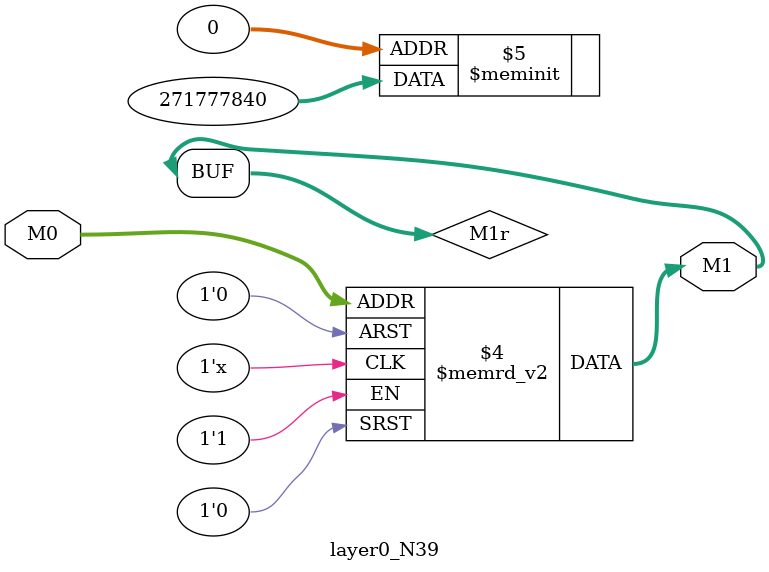
<source format=v>
module layer0_N39 ( input [3:0] M0, output [1:0] M1 );

	(*rom_style = "distributed" *) reg [1:0] M1r;
	assign M1 = M1r;
	always @ (M0) begin
		case (M0)
			4'b0000: M1r = 2'b00;
			4'b1000: M1r = 2'b11;
			4'b0100: M1r = 2'b00;
			4'b1100: M1r = 2'b00;
			4'b0010: M1r = 2'b11;
			4'b1010: M1r = 2'b11;
			4'b0110: M1r = 2'b00;
			4'b1110: M1r = 2'b01;
			4'b0001: M1r = 2'b00;
			4'b1001: M1r = 2'b00;
			4'b0101: M1r = 2'b00;
			4'b1101: M1r = 2'b00;
			4'b0011: M1r = 2'b00;
			4'b1011: M1r = 2'b00;
			4'b0111: M1r = 2'b00;
			4'b1111: M1r = 2'b00;

		endcase
	end
endmodule

</source>
